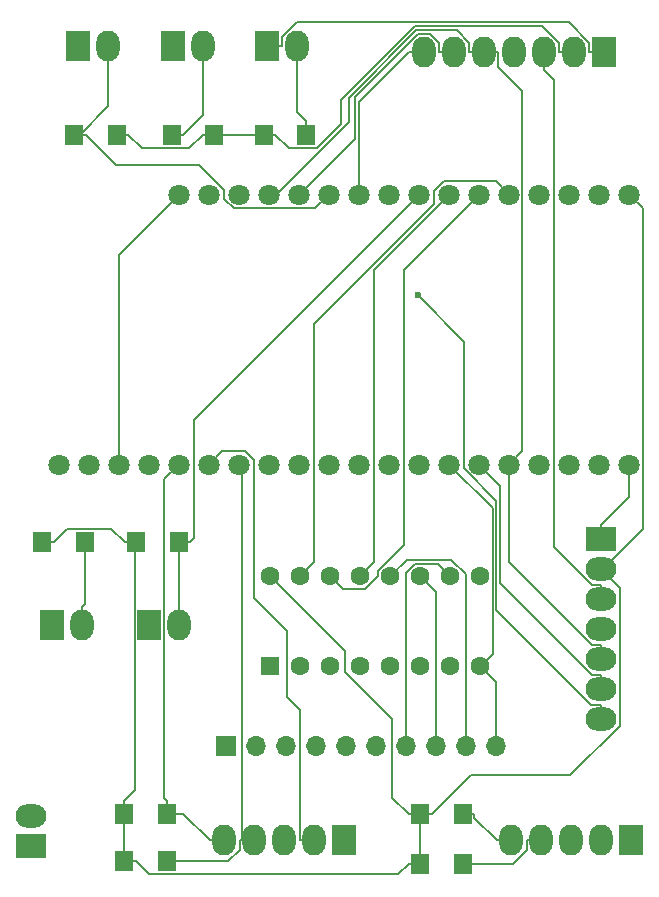
<source format=gtl>
G04 #@! TF.GenerationSoftware,KiCad,Pcbnew,(5.1.8)-1*
G04 #@! TF.CreationDate,2021-06-27T16:21:36+02:00*
G04 #@! TF.ProjectId,sdr-controller,7364722d-636f-46e7-9472-6f6c6c65722e,rev?*
G04 #@! TF.SameCoordinates,Original*
G04 #@! TF.FileFunction,Copper,L1,Top*
G04 #@! TF.FilePolarity,Positive*
%FSLAX46Y46*%
G04 Gerber Fmt 4.6, Leading zero omitted, Abs format (unit mm)*
G04 Created by KiCad (PCBNEW (5.1.8)-1) date 2021-06-27 16:21:36*
%MOMM*%
%LPD*%
G01*
G04 APERTURE LIST*
G04 #@! TA.AperFunction,ComponentPad*
%ADD10R,2.000000X2.600000*%
G04 #@! TD*
G04 #@! TA.AperFunction,ComponentPad*
%ADD11O,2.000000X2.600000*%
G04 #@! TD*
G04 #@! TA.AperFunction,ComponentPad*
%ADD12R,2.600000X2.000000*%
G04 #@! TD*
G04 #@! TA.AperFunction,ComponentPad*
%ADD13O,2.600000X2.000000*%
G04 #@! TD*
G04 #@! TA.AperFunction,SMDPad,CuDef*
%ADD14R,1.500000X1.800000*%
G04 #@! TD*
G04 #@! TA.AperFunction,ComponentPad*
%ADD15C,1.800000*%
G04 #@! TD*
G04 #@! TA.AperFunction,ComponentPad*
%ADD16C,1.600000*%
G04 #@! TD*
G04 #@! TA.AperFunction,ComponentPad*
%ADD17R,1.600000X1.600000*%
G04 #@! TD*
G04 #@! TA.AperFunction,ComponentPad*
%ADD18R,1.700000X1.700000*%
G04 #@! TD*
G04 #@! TA.AperFunction,ComponentPad*
%ADD19O,1.700000X1.700000*%
G04 #@! TD*
G04 #@! TA.AperFunction,ViaPad*
%ADD20C,0.600000*%
G04 #@! TD*
G04 #@! TA.AperFunction,Conductor*
%ADD21C,0.200000*%
G04 #@! TD*
G04 APERTURE END LIST*
D10*
X97830000Y-109250000D03*
D11*
X95290000Y-109250000D03*
X92750000Y-109250000D03*
X90210000Y-109250000D03*
X87670000Y-109250000D03*
D10*
X73500000Y-109250000D03*
D11*
X70960000Y-109250000D03*
X68420000Y-109250000D03*
X65880000Y-109250000D03*
X63340000Y-109250000D03*
D12*
X47000000Y-109750000D03*
D13*
X47000000Y-107210000D03*
D10*
X95500000Y-42500000D03*
D11*
X92960000Y-42500000D03*
X90420000Y-42500000D03*
X87880000Y-42500000D03*
X85340000Y-42500000D03*
X82800000Y-42500000D03*
X80260000Y-42500000D03*
D12*
X95250000Y-83750000D03*
D13*
X95250000Y-86290000D03*
X95250000Y-88830000D03*
X95250000Y-91370000D03*
X95250000Y-93910000D03*
X95250000Y-96450000D03*
X95250000Y-98990000D03*
D10*
X51000000Y-42000000D03*
D11*
X53540000Y-42000000D03*
D10*
X59000000Y-42000000D03*
D11*
X61540000Y-42000000D03*
D10*
X57000000Y-91000000D03*
D11*
X59540000Y-91000000D03*
D10*
X48750000Y-91000000D03*
D11*
X51290000Y-91000000D03*
D10*
X67000000Y-42000000D03*
D11*
X69540000Y-42000000D03*
D14*
X54250000Y-49500000D03*
X50650000Y-49500000D03*
X62500000Y-49500000D03*
X58900000Y-49500000D03*
X59500000Y-84000000D03*
X55900000Y-84000000D03*
X51550000Y-84000000D03*
X47950000Y-84000000D03*
X70300000Y-49500000D03*
X66700000Y-49500000D03*
D15*
X49370000Y-77430000D03*
X51910000Y-77430000D03*
X54450000Y-77430000D03*
X56990000Y-77430000D03*
X59530000Y-77430000D03*
X62070000Y-77430000D03*
X64610000Y-77430000D03*
X67150000Y-77430000D03*
X69690000Y-77430000D03*
X72230000Y-77430000D03*
X74770000Y-77430000D03*
X77310000Y-77430000D03*
X59530000Y-54570000D03*
X62070000Y-54570000D03*
X64610000Y-54570000D03*
X67150000Y-54570000D03*
X69690000Y-54570000D03*
X72230000Y-54570000D03*
X74770000Y-54570000D03*
X77310000Y-54570000D03*
X79850000Y-54570000D03*
X82390000Y-54570000D03*
X84930000Y-54570000D03*
X87470000Y-54570000D03*
X90010000Y-54570000D03*
X92550000Y-54570000D03*
X95090000Y-54570000D03*
X97630000Y-54570000D03*
X79850000Y-77430000D03*
X82390000Y-77430000D03*
X84930000Y-77430000D03*
X87470000Y-77430000D03*
X90010000Y-77430000D03*
X92550000Y-77430000D03*
X95090000Y-77430000D03*
X97630000Y-77430000D03*
D16*
X85030000Y-86880000D03*
X85030000Y-94500000D03*
X67250000Y-86880000D03*
X69790000Y-86880000D03*
X72330000Y-86880000D03*
X74870000Y-86880000D03*
X77410000Y-86880000D03*
X79950000Y-86880000D03*
X82490000Y-86880000D03*
X82490000Y-94500000D03*
X79950000Y-94500000D03*
X77410000Y-94500000D03*
X74870000Y-94500000D03*
X72330000Y-94500000D03*
X69790000Y-94500000D03*
D17*
X67250000Y-94500000D03*
D14*
X58500000Y-111000000D03*
X54900000Y-111000000D03*
X83550000Y-111250000D03*
X79950000Y-111250000D03*
X58500000Y-107000000D03*
X54900000Y-107000000D03*
X83550000Y-107000000D03*
X79950000Y-107000000D03*
D18*
X63500000Y-101250000D03*
D19*
X66040000Y-101250000D03*
X68580000Y-101250000D03*
X71120000Y-101250000D03*
X73660000Y-101250000D03*
X76200000Y-101250000D03*
X78740000Y-101250000D03*
X81280000Y-101250000D03*
X83820000Y-101250000D03*
X86360000Y-101250000D03*
D20*
X79727400Y-63079100D03*
D21*
X94272700Y-42500000D02*
X94272700Y-41732900D01*
X94272700Y-41732900D02*
X92506300Y-39966500D01*
X92506300Y-39966500D02*
X69493700Y-39966500D01*
X69493700Y-39966500D02*
X68227300Y-41232900D01*
X68227300Y-41232900D02*
X68227300Y-42000000D01*
X82390000Y-77430000D02*
X86077000Y-81117000D01*
X86077000Y-81117000D02*
X86077000Y-93453000D01*
X86077000Y-93453000D02*
X85030000Y-94500000D01*
X86360000Y-101250000D02*
X86360000Y-95830000D01*
X86360000Y-95830000D02*
X85030000Y-94500000D01*
X95250000Y-83750000D02*
X95250000Y-82522700D01*
X97630000Y-77430000D02*
X97630000Y-80142700D01*
X97630000Y-80142700D02*
X95250000Y-82522700D01*
X95500000Y-42500000D02*
X94272700Y-42500000D01*
X67000000Y-42000000D02*
X68227300Y-42000000D01*
X54450000Y-77430000D02*
X54450000Y-59650000D01*
X54450000Y-59650000D02*
X59530000Y-54570000D01*
X78740000Y-101250000D02*
X78740000Y-86608100D01*
X78740000Y-86608100D02*
X79534000Y-85814100D01*
X79534000Y-85814100D02*
X81424100Y-85814100D01*
X81424100Y-85814100D02*
X82490000Y-86880000D01*
X81280000Y-101250000D02*
X81280000Y-88210000D01*
X81280000Y-88210000D02*
X79950000Y-86880000D01*
X77410000Y-86880000D02*
X78809200Y-85480800D01*
X78809200Y-85480800D02*
X82572500Y-85480800D01*
X82572500Y-85480800D02*
X83820000Y-86728300D01*
X83820000Y-86728300D02*
X83820000Y-101250000D01*
X74770000Y-54570000D02*
X74770000Y-46762700D01*
X74770000Y-46762700D02*
X79032700Y-42500000D01*
X80260000Y-42500000D02*
X79032700Y-42500000D01*
X79727400Y-63079100D02*
X83660000Y-67011700D01*
X83660000Y-67011700D02*
X83660000Y-77754100D01*
X83660000Y-77754100D02*
X86404400Y-80498500D01*
X86404400Y-80498500D02*
X86404400Y-89725700D01*
X86404400Y-89725700D02*
X94441400Y-97762700D01*
X94441400Y-97762700D02*
X95250000Y-97762700D01*
X95250000Y-98990000D02*
X95250000Y-97762700D01*
X82800000Y-42500000D02*
X81572700Y-42500000D01*
X81572700Y-42500000D02*
X81572700Y-41732900D01*
X81572700Y-41732900D02*
X80788300Y-40948500D01*
X80788300Y-40948500D02*
X79760000Y-40948500D01*
X79760000Y-40948500D02*
X74442600Y-46265900D01*
X74442600Y-46265900D02*
X74442600Y-49817400D01*
X74442600Y-49817400D02*
X69690000Y-54570000D01*
X95250000Y-95222700D02*
X94497200Y-95222700D01*
X94497200Y-95222700D02*
X86731800Y-87457300D01*
X86731800Y-87457300D02*
X86731800Y-79231800D01*
X86731800Y-79231800D02*
X84930000Y-77430000D01*
X95250000Y-96450000D02*
X95250000Y-95222700D01*
X84112700Y-42500000D02*
X84112700Y-41691400D01*
X84112700Y-41691400D02*
X83042400Y-40621100D01*
X83042400Y-40621100D02*
X79624400Y-40621100D01*
X79624400Y-40621100D02*
X73886900Y-46358600D01*
X73886900Y-46358600D02*
X73886900Y-48385700D01*
X73886900Y-48385700D02*
X67702600Y-54570000D01*
X67702600Y-54570000D02*
X67150000Y-54570000D01*
X95250000Y-92682700D02*
X94497200Y-92682700D01*
X94497200Y-92682700D02*
X87470000Y-85655500D01*
X87470000Y-85655500D02*
X87470000Y-77430000D01*
X85340000Y-42500000D02*
X86567300Y-42500000D01*
X87470000Y-77430000D02*
X88599400Y-76300600D01*
X88599400Y-76300600D02*
X88599400Y-45759400D01*
X88599400Y-45759400D02*
X86567300Y-43727300D01*
X86567300Y-43727300D02*
X86567300Y-42500000D01*
X85340000Y-42500000D02*
X84112700Y-42500000D01*
X95250000Y-93910000D02*
X95250000Y-92682700D01*
X90420000Y-42500000D02*
X90420000Y-44027300D01*
X95250000Y-88830000D02*
X95250000Y-87602700D01*
X95250000Y-87602700D02*
X94482900Y-87602700D01*
X94482900Y-87602700D02*
X91280000Y-84399800D01*
X91280000Y-84399800D02*
X91280000Y-44887300D01*
X91280000Y-44887300D02*
X90420000Y-44027300D01*
X95299200Y-86339200D02*
X95250000Y-86290000D01*
X80927300Y-107000000D02*
X84249700Y-103677600D01*
X84249700Y-103677600D02*
X92667600Y-103677600D01*
X92667600Y-103677600D02*
X96825100Y-99520100D01*
X96825100Y-99520100D02*
X96825100Y-87865100D01*
X96825100Y-87865100D02*
X95299200Y-86339200D01*
X95299200Y-86339200D02*
X98781100Y-82857300D01*
X98781100Y-82857300D02*
X98781100Y-55721100D01*
X98781100Y-55721100D02*
X97630000Y-54570000D01*
X79950000Y-107000000D02*
X80927300Y-107000000D01*
X79950000Y-107000000D02*
X79950000Y-111250000D01*
X91732700Y-42500000D02*
X91732700Y-41732900D01*
X91732700Y-41732900D02*
X90293600Y-40293800D01*
X90293600Y-40293800D02*
X79488900Y-40293800D01*
X79488900Y-40293800D02*
X73232300Y-46550400D01*
X73232300Y-46550400D02*
X73232300Y-48577300D01*
X73232300Y-48577300D02*
X71182200Y-50627400D01*
X71182200Y-50627400D02*
X68804700Y-50627400D01*
X68804700Y-50627400D02*
X67677300Y-49500000D01*
X62500000Y-49500000D02*
X61522700Y-49500000D01*
X61522700Y-49500000D02*
X60395300Y-50627400D01*
X60395300Y-50627400D02*
X56354700Y-50627400D01*
X56354700Y-50627400D02*
X55227300Y-49500000D01*
X66700000Y-49500000D02*
X62500000Y-49500000D01*
X54250000Y-49500000D02*
X55227300Y-49500000D01*
X92960000Y-42500000D02*
X91732700Y-42500000D01*
X66700000Y-49500000D02*
X67677300Y-49500000D01*
X54900000Y-107000000D02*
X54900000Y-105872700D01*
X54900000Y-105872700D02*
X55772600Y-105000100D01*
X55772600Y-105000100D02*
X55772600Y-84000000D01*
X54900000Y-111000000D02*
X54900000Y-107000000D01*
X55772600Y-84000000D02*
X54922700Y-84000000D01*
X55900000Y-84000000D02*
X55772600Y-84000000D01*
X47950000Y-84000000D02*
X48927300Y-84000000D01*
X48927300Y-84000000D02*
X50063500Y-82863800D01*
X50063500Y-82863800D02*
X53786500Y-82863800D01*
X53786500Y-82863800D02*
X54922700Y-84000000D01*
X54900000Y-111000000D02*
X55877300Y-111000000D01*
X79950000Y-111250000D02*
X78972700Y-111250000D01*
X78972700Y-111250000D02*
X78095300Y-112127400D01*
X78095300Y-112127400D02*
X57004700Y-112127400D01*
X57004700Y-112127400D02*
X55877300Y-111000000D01*
X79950000Y-107000000D02*
X78972700Y-107000000D01*
X78972700Y-107000000D02*
X77585800Y-105613100D01*
X77585800Y-105613100D02*
X77585800Y-98943000D01*
X77585800Y-98943000D02*
X73600100Y-94957300D01*
X73600100Y-94957300D02*
X73600100Y-93230100D01*
X73600100Y-93230100D02*
X67250000Y-86880000D01*
X58500000Y-107000000D02*
X58500000Y-105872700D01*
X59530000Y-77430000D02*
X58295500Y-78664500D01*
X58295500Y-78664500D02*
X58295500Y-105668200D01*
X58295500Y-105668200D02*
X58500000Y-105872700D01*
X63340000Y-109250000D02*
X62112700Y-109250000D01*
X58500000Y-107000000D02*
X59862700Y-107000000D01*
X59862700Y-107000000D02*
X62112700Y-109250000D01*
X83550000Y-107000000D02*
X84527300Y-107000000D01*
X87670000Y-109250000D02*
X86442700Y-109250000D01*
X84527300Y-107000000D02*
X84527300Y-107334600D01*
X84527300Y-107334600D02*
X86442700Y-109250000D01*
X64889600Y-109250000D02*
X64889600Y-77709600D01*
X64889600Y-77709600D02*
X64610000Y-77430000D01*
X64889600Y-109250000D02*
X64652700Y-109250000D01*
X65880000Y-109250000D02*
X64889600Y-109250000D01*
X64652700Y-109250000D02*
X64652700Y-110017100D01*
X64652700Y-110017100D02*
X63669800Y-111000000D01*
X63669800Y-111000000D02*
X58500000Y-111000000D01*
X90210000Y-109250000D02*
X88982700Y-109250000D01*
X83550000Y-111250000D02*
X87791300Y-111250000D01*
X87791300Y-111250000D02*
X88982700Y-110058600D01*
X88982700Y-110058600D02*
X88982700Y-109250000D01*
X70960000Y-109250000D02*
X69732700Y-109250000D01*
X62070000Y-77430000D02*
X63204800Y-76295200D01*
X63204800Y-76295200D02*
X65081600Y-76295200D01*
X65081600Y-76295200D02*
X65833000Y-77046600D01*
X65833000Y-77046600D02*
X65833000Y-88734100D01*
X65833000Y-88734100D02*
X68649800Y-91550900D01*
X68649800Y-91550900D02*
X68649800Y-97110000D01*
X68649800Y-97110000D02*
X69732700Y-98192900D01*
X69732700Y-98192900D02*
X69732700Y-109250000D01*
X69790000Y-86880000D02*
X70960000Y-85710000D01*
X70960000Y-85710000D02*
X70960000Y-65537000D01*
X70960000Y-65537000D02*
X81120100Y-55376900D01*
X81120100Y-55376900D02*
X81120100Y-54243600D01*
X81120100Y-54243600D02*
X81926600Y-53437100D01*
X81926600Y-53437100D02*
X86337100Y-53437100D01*
X86337100Y-53437100D02*
X87470000Y-54570000D01*
X84930000Y-54570000D02*
X78580100Y-60919900D01*
X78580100Y-60919900D02*
X78580100Y-84205600D01*
X78580100Y-84205600D02*
X76346400Y-86439300D01*
X76346400Y-86439300D02*
X76346400Y-86862000D01*
X76346400Y-86862000D02*
X75282300Y-87926100D01*
X75282300Y-87926100D02*
X73376100Y-87926100D01*
X73376100Y-87926100D02*
X72330000Y-86880000D01*
X74870000Y-86880000D02*
X76040100Y-85709900D01*
X76040100Y-85709900D02*
X76040100Y-60919900D01*
X76040100Y-60919900D02*
X82390000Y-54570000D01*
X70300000Y-49500000D02*
X70300000Y-48372700D01*
X70300000Y-48372700D02*
X69540000Y-47612700D01*
X69540000Y-47612700D02*
X69540000Y-42000000D01*
X51290000Y-91000000D02*
X51290000Y-89472700D01*
X51550000Y-84000000D02*
X51550000Y-89212700D01*
X51550000Y-89212700D02*
X51290000Y-89472700D01*
X59500000Y-84000000D02*
X60477300Y-84000000D01*
X60477300Y-84000000D02*
X60800100Y-83677200D01*
X60800100Y-83677200D02*
X60800100Y-73619900D01*
X60800100Y-73619900D02*
X79850000Y-54570000D01*
X59500000Y-84563600D02*
X59500000Y-84000000D01*
X59500000Y-84563600D02*
X59500000Y-85127300D01*
X59500000Y-85127300D02*
X59540000Y-85167300D01*
X59540000Y-85167300D02*
X59540000Y-91000000D01*
X58900000Y-49500000D02*
X59877300Y-49500000D01*
X59877300Y-49500000D02*
X61540000Y-47837300D01*
X61540000Y-47837300D02*
X61540000Y-42000000D01*
X51138700Y-49500000D02*
X53540000Y-47098700D01*
X53540000Y-47098700D02*
X53540000Y-42000000D01*
X51138700Y-49500000D02*
X51627300Y-49500000D01*
X50650000Y-49500000D02*
X51138700Y-49500000D01*
X72230000Y-54570000D02*
X71064200Y-55735800D01*
X71064200Y-55735800D02*
X64153300Y-55735800D01*
X64153300Y-55735800D02*
X63340000Y-54922500D01*
X63340000Y-54922500D02*
X63340000Y-54182500D01*
X63340000Y-54182500D02*
X61250100Y-52092600D01*
X61250100Y-52092600D02*
X54219900Y-52092600D01*
X54219900Y-52092600D02*
X51627300Y-49500000D01*
M02*

</source>
